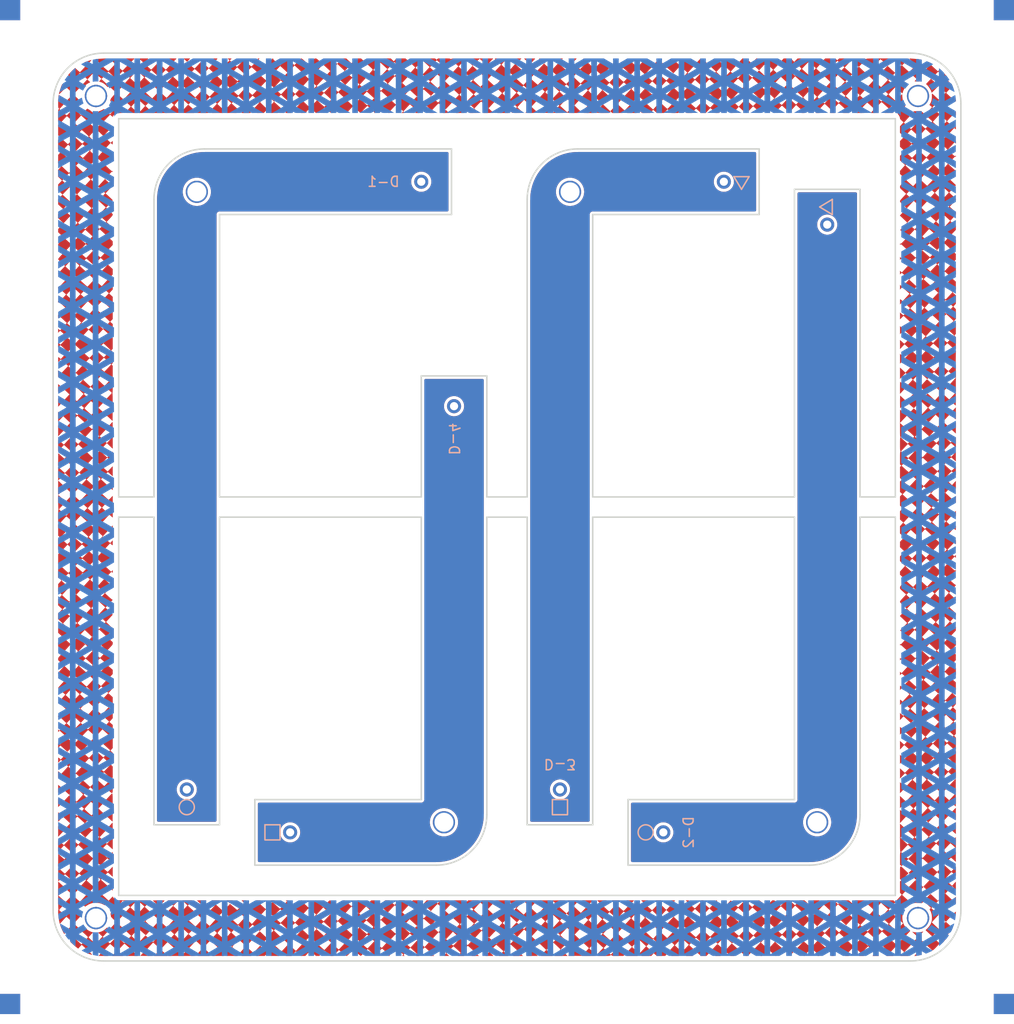
<source format=kicad_pcb>
(kicad_pcb (version 20210228) (generator pcbnew)
  (title_block (title "Kasumigasane Keypad") (company "@e3w2q"))
  (layers (0 "F.Cu" signal) (31 "B.Cu" signal) (34 "B.Paste" user) (35 "F.Paste" user) (36 "B.SilkS" user "B.Silkscreen") (37 "F.SilkS" user "F.Silkscreen") (38 "B.Mask" user) (39 "F.Mask" user) (44 "Edge.Cuts" user))
  (net 0 "")
  (footprint "#footprint:M2_ThroughHole" (layer "F.Cu") (at 25.75 107.25 90)
    (fp_text reference "" hide)
    (fp_text value "" hide)
  )
  (footprint "#footprint:1pin_conn_rev3" (layer "F.Cu") (at 34.75 94.5 90)
    (fp_text reference "" hide)
    (fp_text value "" hide)
  )
  (footprint "#footprint:KG-1-ichimatsu" (layer "F.Cu") (at 66.5 66.5)
    (fp_text reference "G***")
    (fp_text value "LOGO" hide)
  )
  (footprint "#footprint:1pin_conn_rev3" (layer "F.Cu") (at 34.75 50.5 90)
    (fp_text reference "" hide)
    (fp_text value "" hide)
  )
  (footprint "#footprint:M2_ThroughHole" (layer "F.Cu") (at 35.75 35.25)
    (fp_text reference "" hide)
    (fp_text value "" hide)
  )
  (footprint "#footprint:1pin_conn_rev3" (layer "F.Cu") (at 71.75 50.5 90)
    (fp_text reference "" hide)
    (fp_text value "" hide)
  )
  (footprint "#footprint:1pin_conn_rev3" (layer "F.Cu") (at 34.75 50.5 90)
    (fp_text reference "" hide)
    (fp_text value "" hide)
  )
  (footprint "#footprint:1pin_conn_rev3" (layer "F.Cu") (at 61.25 82.5 -90)
    (fp_text reference "" hide)
    (fp_text value "" hide)
  )
  (footprint "#footprint:M2_ThroughHole" (layer "F.Cu") (at 25.75 107.25 90)
    (fp_text reference "" hide)
    (fp_text value "" hide)
  )
  (footprint "#footprint:0.8mm_NPTH" (layer "F.Cu") (at 104.5 66.5 90)
    (fp_text reference "" hide)
    (fp_text value "" hide)
  )
  (footprint "#footprint:0.8mm_NPTH" (layer "F.Cu") (at 102 66.5 90)
    (fp_text reference "" hide)
    (fp_text value "" hide)
  )
  (footprint "#footprint:M2_ThroughHole" (layer "F.Cu") (at 60.25 97.75 180)
    (fp_text reference "" hide)
    (fp_text value "" hide)
  )
  (footprint "#footprint:1pin_conn_rev3" (layer "F.Cu") (at 41 108.25 180)
    (fp_text reference "" hide)
    (fp_text value "" hide)
  )
  (footprint "#footprint:1pin_conn_rev3" (layer "F.Cu") (at 98.25 82.5 -90)
    (fp_text reference "" hide)
    (fp_text value "" hide)
  )
  (footprint "#footprint:M2_ThroughHole" (layer "F.Cu") (at 25.75 25.75)
    (fp_text reference "" hide)
    (fp_text value "" hide)
  )
  (footprint "#footprint:1pin_conn_rev3" (layer "F.Cu") (at 88 34.25 180)
    (fp_text reference "" hide)
    (fp_text value "" hide)
  )
  (footprint "#footprint:0.8mm_NPTH" (layer "F.Cu") (at 68 66.5 90)
    (fp_text reference "" hide)
    (fp_text value "" hide)
  )
  (footprint "#footprint:M2_ThroughHole" (layer "F.Cu") (at 107.25 25.75 -90)
    (fp_text reference "" hide)
    (fp_text value "" hide)
  )
  (footprint "#footprint:1pin_conn_rev3" (layer "F.Cu") (at 24.75 41 90)
    (fp_text reference "" hide)
    (fp_text value "" hide)
  )
  (footprint "#footprint:0.8mm_NPTH" (layer "F.Cu") (at 38.5 66.5 90)
    (fp_text reference "" hide)
    (fp_text value "" hide)
  )
  (footprint "#footprint:1pin_conn_rev3" (layer "F.Cu") (at 108.25 92 -90)
    (fp_text reference "" hide)
    (fp_text value "" hide)
  )
  (footprint "#footprint:0.8mm_NPTH" (layer "F.Cu") (at 31 66.5 90)
    (fp_text reference "" hide)
    (fp_text value "" hide)
  )
  (footprint "#footprint:1pin_conn_rev3" (layer "F.Cu") (at 108.25 41 90)
    (fp_text reference "" hide)
    (fp_text value "" hide)
  )
  (footprint "#footprint:1pin_conn_rev3" (layer "F.Cu") (at 98.25 82.5 -90)
    (fp_text reference "" hide)
    (fp_text value "" hide)
  )
  (footprint "#footprint:0.8mm_NPTH" (layer "F.Cu") (at 75.5 66.5 90)
    (fp_text reference "" hide)
    (fp_text value "" hide)
  )
  (footprint "#footprint:1pin_conn_rev3" (layer "F.Cu") (at 61.25 82.5 -90)
    (fp_text reference "" hide)
    (fp_text value "" hide)
  )
  (footprint "#footprint:M2_ThroughHole" (layer "F.Cu") (at 25.75 25.75)
    (fp_text reference "" hide)
    (fp_text value "" hide)
  )
  (footprint "#footprint:0.8mm_NPTH" (layer "F.Cu") (at 28.5 66.5 90)
    (fp_text reference "" hide)
    (fp_text value "" hide)
  )
  (footprint "#footprint:M2_ThroughHole" (layer "F.Cu") (at 72.75 35.25)
    (fp_text reference "" hide)
    (fp_text value "" hide)
  )
  (footprint "#footprint:1pin_conn_rev3" (layer "F.Cu") (at 41 24.75 180)
    (fp_text reference "" hide)
    (fp_text value "" hide)
  )
  (footprint "#footprint:0.8mm_NPTH" (layer "F.Cu") (at 65 66.5 90)
    (fp_text reference "" hide)
    (fp_text value "" hide)
  )
  (footprint "#footprint:1pin_conn_rev3" (layer "F.Cu") (at 71.75 50.5 90)
    (fp_text reference "" hide)
    (fp_text value "" hide)
  )
  (footprint "#footprint:1pin_conn_rev3" (layer "F.Cu") (at 58 34.25 90)
    (fp_text reference "" hide)
    (fp_text value "" hide)
  )
  (footprint "#footprint:M2_ThroughHole" (layer "F.Cu") (at 107.25 107.25 180)
    (fp_text reference "" hide)
    (fp_text value "" hide)
  )
  (footprint "#footprint:M2_ThroughHole" (layer "F.Cu") (at 97.25 97.75 180)
    (fp_text reference "" hide)
    (fp_text value "" hide)
  )
  (footprint "#footprint:1pin_conn_rev3" (layer "F.Cu") (at 61.25 56.5)
    (fp_text reference "" hide)
    (fp_text value "" hide)
  )
  (footprint "#footprint:1pin_conn_rev3" (layer "F.Cu") (at 92 108.25)
    (fp_text reference "" hide)
    (fp_text value "" hide)
  )
  (footprint "#footprint:M2_ThroughHole" (layer "F.Cu") (at 107.25 107.25 180)
    (fp_text reference "" hide)
    (fp_text value "" hide)
  )
  (footprint "#footprint:1pin_conn_rev3" (layer "F.Cu") (at 51 34.25 180)
    (fp_text reference "" hide)
    (fp_text value "" hide)
  )
  (footprint "#footprint:0.8mm_NPTH" (layer "F.Cu") (at 94.5 66.5 90)
    (fp_text reference "" hide)
    (fp_text value "" hide)
  )
  (footprint "#footprint:1pin_conn_rev3" (layer "F.Cu") (at 71.75 94.5 -90)
    (fp_text reference "" hide)
    (fp_text value "" hide)
  )
  (footprint "#footprint:1pin_conn_rev3" (layer "F.Cu") (at 24.75 92 -90)
    (fp_text reference "" hide)
    (fp_text value "" hide)
  )
  (footprint "#footprint:1pin_conn_rev3" (layer "F.Cu") (at 45 98.75)
    (fp_text reference "" hide)
    (fp_text value "" hide)
  )
  (footprint "#footprint:1pin_conn_rev3" (layer "F.Cu") (at 92 24.75)
    (fp_text reference "" hide)
    (fp_text value "" hide)
  )
  (footprint "#footprint:1pin_conn_rev3" (layer "F.Cu") (at 82 98.75)
    (fp_text reference "" hide)
    (fp_text value "" hide)
  )
  (footprint "#footprint:M2_ThroughHole" (layer "F.Cu") (at 35.75 35.25)
    (fp_text reference "" hide)
    (fp_text value "" hide)
  )
  (footprint "#footprint:0.8mm_NPTH" (layer "F.Cu") (at 57.5 66.5 90)
    (fp_text reference "" hide)
    (fp_text value "" hide)
  )
  (footprint "#footprint:1pin_conn_rev3" (layer "F.Cu") (at 98.25 38.5 180)
    (fp_text reference "" hide)
    (fp_text value "" hide)
  )
  (footprint "#footprint:KG-0-mitsukumite" (layer "B.Cu") (at 66.5 66.5 180)
    (fp_text reference "G***")
    (fp_text value "LOGO" hide)
  )
  (gr_line (start 89 33.75) (end 89.75 35) (layer "B.SilkS") (width 0.15))
  (gr_line (start 98.75 36) (end 97.5 36.75) (layer "B.SilkS") (width 0.15))
  (gr_circle (center 34.75 96.25) (end 35.5 96.25) (layer "B.SilkS") (width 0.15) (fill none))
  (gr_rect (start 72.5 95.5) (end 71 97) (layer "B.SilkS") (width 0.15) (fill none))
  (gr_rect (start 42.5 98) (end 44 99.5) (layer "B.SilkS") (width 0.15) (fill none))
  (gr_line (start 90.5 33.75) (end 89.75 35) (layer "B.SilkS") (width 0.15))
  (gr_circle (center 80.25 98.75) (end 81 98.75) (layer "B.SilkS") (width 0.15) (fill none))
  (gr_line (start 98.75 36) (end 98.75 37.5) (layer "B.SilkS") (width 0.15))
  (gr_line (start 98.75 37.5) (end 97.5 36.75) (layer "B.SilkS") (width 0.15))
  (gr_line (start 89 33.75) (end 90.5 33.75) (layer "B.SilkS") (width 0.15))
  (gr_arc (start 26.5 26.5) (end 26.5 21.5) (angle -90) (layer "Edge.Cuts") (width 0.15))
  (gr_line (start 91.5 31) (end 91.5 37.5) (layer "Edge.Cuts") (width 0.15))
  (gr_line (start 26.5 21.5) (end 106.5 21.5) (layer "Edge.Cuts") (width 0.15))
  (gr_line (start 28 65.5) (end 28 28) (layer "Edge.Cuts") (width 0.15))
  (gr_line (start 31.5 67.5) (end 31.5 98) (layer "Edge.Cuts") (width 0.15))
  (gr_line (start 78.5 95.5) (end 95 95.5) (layer "Edge.Cuts") (width 0.15))
  (gr_line (start 101.5 67.5) (end 105 67.5) (layer "Edge.Cuts") (width 0.15))
  (gr_arc (start 26.5 106.5) (end 21.5 106.5) (angle -90) (layer "Edge.Cuts") (width 0.15))
  (gr_line (start 91.5 37.5) (end 75 37.5) (layer "Edge.Cuts") (width 0.15))
  (gr_line (start 58 95.5) (end 41.5 95.5) (layer "Edge.Cuts") (width 0.15))
  (gr_line (start 95 67.5) (end 95 95.5) (layer "Edge.Cuts") (width 0.15))
  (gr_line (start 61 37.5) (end 38 37.5) (layer "Edge.Cuts") (width 0.15))
  (gr_line (start 101.5 35) (end 95 35) (layer "Edge.Cuts") (width 0.15))
  (gr_line (start 64.5 65.5) (end 64.5 53.5) (layer "Edge.Cuts") (width 0.15))
  (gr_arc (start 96.5 97) (end 96.5 102) (angle -90) (layer "Edge.Cuts") (width 0.15))
  (gr_line (start 68.5 65.5) (end 68.5 36) (layer "Edge.Cuts") (width 0.15))
  (gr_arc (start 73.5 36) (end 73.5 31) (angle -90) (layer "Edge.Cuts") (width 0.15))
  (gr_line (start 41.5 102) (end 41.5 95.5) (layer "Edge.Cuts") (width 0.15))
  (gr_line (start 38 98) (end 38 67.5) (layer "Edge.Cuts") (width 0.15))
  (gr_line (start 31.5 36) (end 31.5 65.5) (layer "Edge.Cuts") (width 0.15))
  (gr_arc (start 36.5 36) (end 36.5 31) (angle -90) (layer "Edge.Cuts") (width 0.15))
  (gr_line (start 64.5 65.5) (end 68.5 65.5) (layer "Edge.Cuts") (width 0.15))
  (gr_arc (start 106.5 26.5) (end 111.5 26.5) (angle -90) (layer "Edge.Cuts") (width 0.15))
  (gr_line (start 59.5 102) (end 41.5 102) (layer "Edge.Cuts") (width 0.15))
  (gr_line (start 75 67.5) (end 95 67.5) (layer "Edge.Cuts") (width 0.15))
  (gr_line (start 58 67.5) (end 58 95.5) (layer "Edge.Cuts") (width 0.15))
  (gr_line (start 75 98) (end 75 67.5) (layer "Edge.Cuts") (width 0.15))
  (gr_line (start 21.5 26.5) (end 21.5 106.5) (layer "Edge.Cuts") (width 0.15))
  (gr_line (start 78.5 102) (end 78.5 95.5) (layer "Edge.Cuts") (width 0.15))
  (gr_line (start 38 37.5) (end 38 65.5) (layer "Edge.Cuts") (width 0.15))
  (gr_line (start 28 28) (end 105 28) (layer "Edge.Cuts") (width 0.15))
  (gr_line (start 61 31) (end 36.5 31) (layer "Edge.Cuts") (width 0.15))
  (gr_line (start 58 53.5) (end 58 65.5) (layer "Edge.Cuts") (width 0.15))
  (gr_line (start 58 67.5) (end 38 67.5) (layer "Edge.Cuts") (width 0.15))
  (gr_line (start 111.5 26.5) (end 111.5 106.5) (layer "Edge.Cuts") (width 0.15))
  (gr_line (start 75 65.5) (end 95 65.5) (layer "Edge.Cuts") (width 0.15))
  (gr_line (start 64.5 67.5) (end 68.5 67.5) (layer "Edge.Cuts") (width 0.15))
  (gr_line (start 58 53.5) (end 64.5 53.5) (layer "Edge.Cuts") (width 0.15))
  (gr_line (start 75 65.5) (end 75 37.5) (layer "Edge.Cuts") (width 0.15))
  (gr_line (start 95 35) (end 95 65.5) (layer "Edge.Cuts") (width 0.15))
  (gr_line (start 28 65.5) (end 31.5 65.5) (layer "Edge.Cuts") (width 0.15))
  (gr_line (start 26.5 111.5) (end 106.5 111.5) (layer "Edge.Cuts") (width 0.15))
  (gr_line (start 101.5 65.5) (end 105 65.5) (layer "Edge.Cuts") (width 0.15))
  (gr_line (start 28 105) (end 28 67.5) (layer "Edge.Cuts") (width 0.15))
  (gr_arc (start 106.5 106.5) (end 106.5 111.5) (angle -90) (layer "Edge.Cuts") (width 0.15))
  (gr_line (start 68.5 98) (end 75 98) (layer "Edge.Cuts") (width 0.15))
  (gr_line (start 105 67.5) (end 105 105) (layer "Edge.Cuts") (width 0.15))
  (gr_line (start 91.5 31) (end 73.5 31) (layer "Edge.Cuts") (width 0.15))
  (gr_line (start 105 65.5) (end 105 28) (layer "Edge.Cuts") (width 0.15))
  (gr_line (start 28 67.5) (end 31.5 67.5) (layer "Edge.Cuts") (width 0.15))
  (gr_arc (start 59.5 97) (end 59.5 102) (angle -90) (layer "Edge.Cuts") (width 0.15))
  (gr_line (start 61 37.5) (end 61 31) (layer "Edge.Cuts") (width 0.15))
  (gr_line (start 68.5 67.5) (end 68.5 98) (layer "Edge.Cuts") (width 0.15))
  (gr_line (start 64.5 67.5) (end 64.5 97) (layer "Edge.Cuts") (width 0.15))
  (gr_line (start 31.5 98) (end 38 98) (layer "Edge.Cuts") (width 0.15))
  (gr_line (start 58 65.5) (end 38 65.5) (layer "Edge.Cuts") (width 0.15))
  (gr_line (start 101.5 65.5) (end 101.5 35) (layer "Edge.Cuts") (width 0.15))
  (gr_line (start 78.5 102) (end 96.5 102) (layer "Edge.Cuts") (width 0.15))
  (gr_line (start 101.5 97) (end 101.5 67.5) (layer "Edge.Cuts") (width 0.15))
  (gr_line (start 28 105) (end 105 105) (layer "Edge.Cuts") (width 0.15))
  (gr_text "D-2" (at 84.5 98.75 90) (layer "B.SilkS") (effects (font (size 1 1)) (justify mirror)))
  (gr_text "D-3" (at 71.75 92 180) (layer "B.SilkS") (effects (font (size 1 1)) (justify mirror)))
  (gr_text "D-1" (at 54.25 34.25) (layer "B.SilkS") (effects (font (size 1 1)) (justify mirror)))
  (gr_text "D-4" (at 61.25 59.75 270) (layer "B.SilkS") (effects (font (size 1 1)) (justify mirror)))
  (zone (net 0) (net_name "") (layers F&B.Cu) (connect_pads (clearance 0)) (min_thickness 0.254)
    (keepout (tracks allowed) (vias allowed) (pads allowed) (copperpour not_allowed) (footprints allowed))
    (fill (thermal_gap 0.508) (thermal_bridge_width 0.508))
    (polygon (pts (xy 68.8 67.5) (xy 64.2 67.5) (xy 64.2 65.5) (xy 68.8 65.5)))
  )
  (zone (net 0) (net_name "") (layers F&B.Cu) (connect_pads (clearance 0)) (min_thickness 0.254)
    (keepout (tracks allowed) (vias allowed) (pads allowed) (copperpour not_allowed) (footprints allowed))
    (fill (thermal_gap 0.508) (thermal_bridge_width 0.508))
    (polygon (pts (xy 105 67.5) (xy 101.2 67.5) (xy 101.2 65.5) (xy 105 65.5)))
  )
  (zone (net 0) (net_name "") (layers F&B.Cu) (connect_pads (clearance 0)) (min_thickness 0.254)
    (keepout (tracks allowed) (vias allowed) (pads allowed) (copperpour not_allowed) (footprints allowed))
    (fill (thermal_gap 0.508) (thermal_bridge_width 0.508))
    (polygon (pts (xy 95.3 67.5) (xy 74.7 67.5) (xy 74.7 65.5) (xy 95.3 65.5)))
  )
  (zone (net 0) (net_name "") (layers F&B.Cu) (connect_pads (clearance 0)) (min_thickness 0.254)
    (keepout (tracks allowed) (vias allowed) (pads allowed) (copperpour not_allowed) (footprints allowed))
    (fill (thermal_gap 0.508) (thermal_bridge_width 0.508))
    (polygon (pts (xy 31.8 67.5) (xy 28 67.5) (xy 28 65.5) (xy 31.8 65.5)))
  )
  (zone (net 0) (net_name "") (layers F&B.Cu) (connect_pads (clearance 0.3)) (min_thickness 0.254) (fill yes (thermal_gap 0.508) (thermal_bridge_width 0.508))
    (polygon (pts (xy 105 105) (xy 28 105) (xy 28 28) (xy 105 28)))
  )
  (zone (net 0) (net_name "") (layers F&B.Cu) (connect_pads (clearance 0)) (min_thickness 0.254)
    (keepout (tracks allowed) (vias allowed) (pads allowed) (copperpour not_allowed) (footprints allowed))
    (fill (thermal_gap 0.508) (thermal_bridge_width 0.508))
    (polygon (pts (xy 58.3 67.5) (xy 37.7 67.5) (xy 37.7 65.5) (xy 58.3 65.5)))
  )
)
</source>
